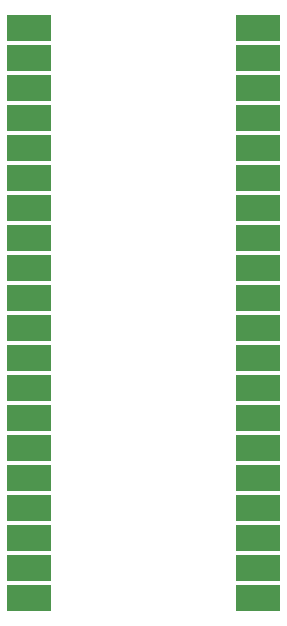
<source format=gbr>
%TF.GenerationSoftware,KiCad,Pcbnew,9.0.2*%
%TF.CreationDate,2025-06-27T22:30:48-07:00*%
%TF.ProjectId,Proj3,50726f6a-332e-46b6-9963-61645f706362,rev?*%
%TF.SameCoordinates,Original*%
%TF.FileFunction,Paste,Bot*%
%TF.FilePolarity,Positive*%
%FSLAX46Y46*%
G04 Gerber Fmt 4.6, Leading zero omitted, Abs format (unit mm)*
G04 Created by KiCad (PCBNEW 9.0.2) date 2025-06-27 22:30:48*
%MOMM*%
%LPD*%
G01*
G04 APERTURE LIST*
%ADD10R,3.800000X2.200000*%
G04 APERTURE END LIST*
D10*
%TO.C,A1*%
X417560000Y-199442000D03*
X417560000Y-201982000D03*
X417560000Y-204522000D03*
X417560000Y-207062000D03*
X417560000Y-209602000D03*
X417560000Y-212142000D03*
X417560000Y-214682000D03*
X417560000Y-217222000D03*
X417560000Y-219762000D03*
X417560000Y-222302000D03*
X417560000Y-224842000D03*
X417560000Y-227382000D03*
X417560000Y-229922000D03*
X417560000Y-232462000D03*
X417560000Y-235002000D03*
X417560000Y-237542000D03*
X417560000Y-240082000D03*
X417560000Y-242622000D03*
X417560000Y-245162000D03*
X417560000Y-247702000D03*
X436940000Y-199442000D03*
X436940000Y-201982000D03*
X436940000Y-204522000D03*
X436940000Y-207062000D03*
X436940000Y-209602000D03*
X436940000Y-212142000D03*
X436940000Y-214682000D03*
X436940000Y-217222000D03*
X436940000Y-219762000D03*
X436940000Y-222302000D03*
X436940000Y-224842000D03*
X436940000Y-227382000D03*
X436940000Y-229922000D03*
X436940000Y-232462000D03*
X436940000Y-235002000D03*
X436940000Y-237542000D03*
X436940000Y-240082000D03*
X436940000Y-242622000D03*
X436940000Y-245162000D03*
X436940000Y-247702000D03*
%TD*%
M02*

</source>
